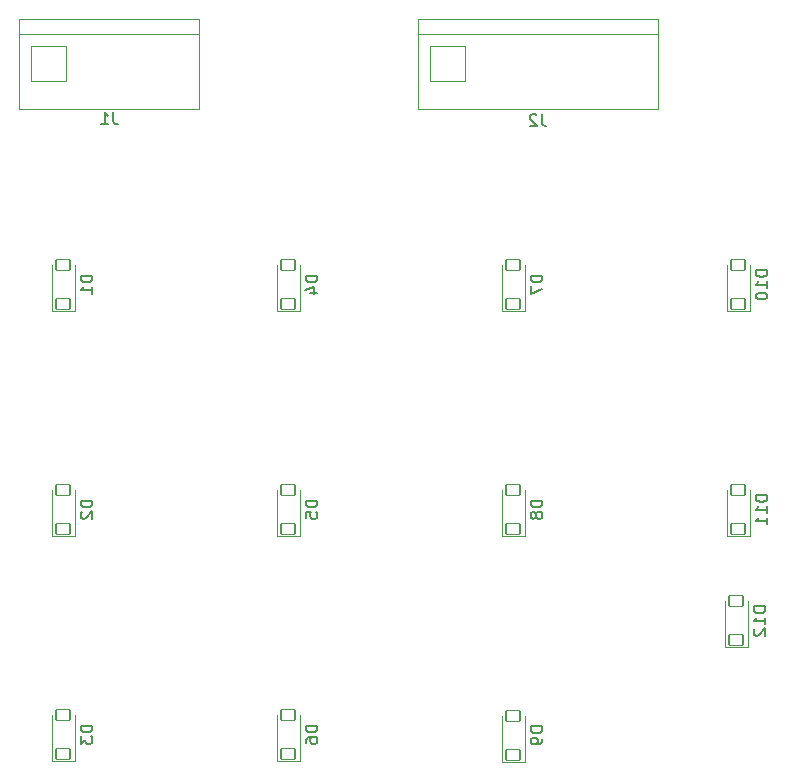
<source format=gbo>
G04 #@! TF.GenerationSoftware,KiCad,Pcbnew,8.0.7*
G04 #@! TF.CreationDate,2024-12-19T23:47:55-08:00*
G04 #@! TF.ProjectId,Deej keypad,4465656a-206b-4657-9970-61642e6b6963,rev?*
G04 #@! TF.SameCoordinates,Original*
G04 #@! TF.FileFunction,Legend,Bot*
G04 #@! TF.FilePolarity,Positive*
%FSLAX46Y46*%
G04 Gerber Fmt 4.6, Leading zero omitted, Abs format (unit mm)*
G04 Created by KiCad (PCBNEW 8.0.7) date 2024-12-19 23:47:55*
%MOMM*%
%LPD*%
G01*
G04 APERTURE LIST*
G04 Aperture macros list*
%AMRoundRect*
0 Rectangle with rounded corners*
0 $1 Rounding radius*
0 $2 $3 $4 $5 $6 $7 $8 $9 X,Y pos of 4 corners*
0 Add a 4 corners polygon primitive as box body*
4,1,4,$2,$3,$4,$5,$6,$7,$8,$9,$2,$3,0*
0 Add four circle primitives for the rounded corners*
1,1,$1+$1,$2,$3*
1,1,$1+$1,$4,$5*
1,1,$1+$1,$6,$7*
1,1,$1+$1,$8,$9*
0 Add four rect primitives between the rounded corners*
20,1,$1+$1,$2,$3,$4,$5,0*
20,1,$1+$1,$4,$5,$6,$7,0*
20,1,$1+$1,$6,$7,$8,$9,0*
20,1,$1+$1,$8,$9,$2,$3,0*%
%AMHorizOval*
0 Thick line with rounded ends*
0 $1 width*
0 $2 $3 position (X,Y) of the first rounded end (center of the circle)*
0 $4 $5 position (X,Y) of the second rounded end (center of the circle)*
0 Add line between two ends*
20,1,$1,$2,$3,$4,$5,0*
0 Add two circle primitives to create the rounded ends*
1,1,$1,$2,$3*
1,1,$1,$4,$5*%
G04 Aperture macros list end*
%ADD10C,0.150000*%
%ADD11C,0.120000*%
%ADD12C,1.852000*%
%ADD13C,4.089800*%
%ADD14HorizOval,2.352000X0.655001X0.730000X-0.655001X-0.730000X0*%
%ADD15C,2.352000*%
%ADD16HorizOval,2.352000X0.020000X0.290000X-0.020000X-0.290000X0*%
%ADD17C,2.302000*%
%ADD18RoundRect,0.051000X0.600000X-0.450000X0.600000X0.450000X-0.600000X0.450000X-0.600000X-0.450000X0*%
%ADD19RoundRect,0.051000X-1.500000X-1.500000X1.500000X-1.500000X1.500000X1.500000X-1.500000X1.500000X0*%
%ADD20C,3.102000*%
G04 APERTURE END LIST*
D10*
X138979819Y-92924405D02*
X137979819Y-92924405D01*
X137979819Y-92924405D02*
X137979819Y-93162500D01*
X137979819Y-93162500D02*
X138027438Y-93305357D01*
X138027438Y-93305357D02*
X138122676Y-93400595D01*
X138122676Y-93400595D02*
X138217914Y-93448214D01*
X138217914Y-93448214D02*
X138408390Y-93495833D01*
X138408390Y-93495833D02*
X138551247Y-93495833D01*
X138551247Y-93495833D02*
X138741723Y-93448214D01*
X138741723Y-93448214D02*
X138836961Y-93400595D01*
X138836961Y-93400595D02*
X138932200Y-93305357D01*
X138932200Y-93305357D02*
X138979819Y-93162500D01*
X138979819Y-93162500D02*
X138979819Y-92924405D01*
X138979819Y-94448214D02*
X138979819Y-93876786D01*
X138979819Y-94162500D02*
X137979819Y-94162500D01*
X137979819Y-94162500D02*
X138122676Y-94067262D01*
X138122676Y-94067262D02*
X138217914Y-93972024D01*
X138217914Y-93972024D02*
X138265533Y-93876786D01*
X138979819Y-111974405D02*
X137979819Y-111974405D01*
X137979819Y-111974405D02*
X137979819Y-112212500D01*
X137979819Y-112212500D02*
X138027438Y-112355357D01*
X138027438Y-112355357D02*
X138122676Y-112450595D01*
X138122676Y-112450595D02*
X138217914Y-112498214D01*
X138217914Y-112498214D02*
X138408390Y-112545833D01*
X138408390Y-112545833D02*
X138551247Y-112545833D01*
X138551247Y-112545833D02*
X138741723Y-112498214D01*
X138741723Y-112498214D02*
X138836961Y-112450595D01*
X138836961Y-112450595D02*
X138932200Y-112355357D01*
X138932200Y-112355357D02*
X138979819Y-112212500D01*
X138979819Y-112212500D02*
X138979819Y-111974405D01*
X138075057Y-112926786D02*
X138027438Y-112974405D01*
X138027438Y-112974405D02*
X137979819Y-113069643D01*
X137979819Y-113069643D02*
X137979819Y-113307738D01*
X137979819Y-113307738D02*
X138027438Y-113402976D01*
X138027438Y-113402976D02*
X138075057Y-113450595D01*
X138075057Y-113450595D02*
X138170295Y-113498214D01*
X138170295Y-113498214D02*
X138265533Y-113498214D01*
X138265533Y-113498214D02*
X138408390Y-113450595D01*
X138408390Y-113450595D02*
X138979819Y-112879167D01*
X138979819Y-112879167D02*
X138979819Y-113498214D01*
X138979819Y-131024405D02*
X137979819Y-131024405D01*
X137979819Y-131024405D02*
X137979819Y-131262500D01*
X137979819Y-131262500D02*
X138027438Y-131405357D01*
X138027438Y-131405357D02*
X138122676Y-131500595D01*
X138122676Y-131500595D02*
X138217914Y-131548214D01*
X138217914Y-131548214D02*
X138408390Y-131595833D01*
X138408390Y-131595833D02*
X138551247Y-131595833D01*
X138551247Y-131595833D02*
X138741723Y-131548214D01*
X138741723Y-131548214D02*
X138836961Y-131500595D01*
X138836961Y-131500595D02*
X138932200Y-131405357D01*
X138932200Y-131405357D02*
X138979819Y-131262500D01*
X138979819Y-131262500D02*
X138979819Y-131024405D01*
X137979819Y-131929167D02*
X137979819Y-132548214D01*
X137979819Y-132548214D02*
X138360771Y-132214881D01*
X138360771Y-132214881D02*
X138360771Y-132357738D01*
X138360771Y-132357738D02*
X138408390Y-132452976D01*
X138408390Y-132452976D02*
X138456009Y-132500595D01*
X138456009Y-132500595D02*
X138551247Y-132548214D01*
X138551247Y-132548214D02*
X138789342Y-132548214D01*
X138789342Y-132548214D02*
X138884580Y-132500595D01*
X138884580Y-132500595D02*
X138932200Y-132452976D01*
X138932200Y-132452976D02*
X138979819Y-132357738D01*
X138979819Y-132357738D02*
X138979819Y-132072024D01*
X138979819Y-132072024D02*
X138932200Y-131976786D01*
X138932200Y-131976786D02*
X138884580Y-131929167D01*
X158029819Y-92924405D02*
X157029819Y-92924405D01*
X157029819Y-92924405D02*
X157029819Y-93162500D01*
X157029819Y-93162500D02*
X157077438Y-93305357D01*
X157077438Y-93305357D02*
X157172676Y-93400595D01*
X157172676Y-93400595D02*
X157267914Y-93448214D01*
X157267914Y-93448214D02*
X157458390Y-93495833D01*
X157458390Y-93495833D02*
X157601247Y-93495833D01*
X157601247Y-93495833D02*
X157791723Y-93448214D01*
X157791723Y-93448214D02*
X157886961Y-93400595D01*
X157886961Y-93400595D02*
X157982200Y-93305357D01*
X157982200Y-93305357D02*
X158029819Y-93162500D01*
X158029819Y-93162500D02*
X158029819Y-92924405D01*
X157363152Y-94352976D02*
X158029819Y-94352976D01*
X156982200Y-94114881D02*
X157696485Y-93876786D01*
X157696485Y-93876786D02*
X157696485Y-94495833D01*
X158029819Y-111974405D02*
X157029819Y-111974405D01*
X157029819Y-111974405D02*
X157029819Y-112212500D01*
X157029819Y-112212500D02*
X157077438Y-112355357D01*
X157077438Y-112355357D02*
X157172676Y-112450595D01*
X157172676Y-112450595D02*
X157267914Y-112498214D01*
X157267914Y-112498214D02*
X157458390Y-112545833D01*
X157458390Y-112545833D02*
X157601247Y-112545833D01*
X157601247Y-112545833D02*
X157791723Y-112498214D01*
X157791723Y-112498214D02*
X157886961Y-112450595D01*
X157886961Y-112450595D02*
X157982200Y-112355357D01*
X157982200Y-112355357D02*
X158029819Y-112212500D01*
X158029819Y-112212500D02*
X158029819Y-111974405D01*
X157029819Y-113450595D02*
X157029819Y-112974405D01*
X157029819Y-112974405D02*
X157506009Y-112926786D01*
X157506009Y-112926786D02*
X157458390Y-112974405D01*
X157458390Y-112974405D02*
X157410771Y-113069643D01*
X157410771Y-113069643D02*
X157410771Y-113307738D01*
X157410771Y-113307738D02*
X157458390Y-113402976D01*
X157458390Y-113402976D02*
X157506009Y-113450595D01*
X157506009Y-113450595D02*
X157601247Y-113498214D01*
X157601247Y-113498214D02*
X157839342Y-113498214D01*
X157839342Y-113498214D02*
X157934580Y-113450595D01*
X157934580Y-113450595D02*
X157982200Y-113402976D01*
X157982200Y-113402976D02*
X158029819Y-113307738D01*
X158029819Y-113307738D02*
X158029819Y-113069643D01*
X158029819Y-113069643D02*
X157982200Y-112974405D01*
X157982200Y-112974405D02*
X157934580Y-112926786D01*
X158029819Y-131024405D02*
X157029819Y-131024405D01*
X157029819Y-131024405D02*
X157029819Y-131262500D01*
X157029819Y-131262500D02*
X157077438Y-131405357D01*
X157077438Y-131405357D02*
X157172676Y-131500595D01*
X157172676Y-131500595D02*
X157267914Y-131548214D01*
X157267914Y-131548214D02*
X157458390Y-131595833D01*
X157458390Y-131595833D02*
X157601247Y-131595833D01*
X157601247Y-131595833D02*
X157791723Y-131548214D01*
X157791723Y-131548214D02*
X157886961Y-131500595D01*
X157886961Y-131500595D02*
X157982200Y-131405357D01*
X157982200Y-131405357D02*
X158029819Y-131262500D01*
X158029819Y-131262500D02*
X158029819Y-131024405D01*
X157029819Y-132452976D02*
X157029819Y-132262500D01*
X157029819Y-132262500D02*
X157077438Y-132167262D01*
X157077438Y-132167262D02*
X157125057Y-132119643D01*
X157125057Y-132119643D02*
X157267914Y-132024405D01*
X157267914Y-132024405D02*
X157458390Y-131976786D01*
X157458390Y-131976786D02*
X157839342Y-131976786D01*
X157839342Y-131976786D02*
X157934580Y-132024405D01*
X157934580Y-132024405D02*
X157982200Y-132072024D01*
X157982200Y-132072024D02*
X158029819Y-132167262D01*
X158029819Y-132167262D02*
X158029819Y-132357738D01*
X158029819Y-132357738D02*
X157982200Y-132452976D01*
X157982200Y-132452976D02*
X157934580Y-132500595D01*
X157934580Y-132500595D02*
X157839342Y-132548214D01*
X157839342Y-132548214D02*
X157601247Y-132548214D01*
X157601247Y-132548214D02*
X157506009Y-132500595D01*
X157506009Y-132500595D02*
X157458390Y-132452976D01*
X157458390Y-132452976D02*
X157410771Y-132357738D01*
X157410771Y-132357738D02*
X157410771Y-132167262D01*
X157410771Y-132167262D02*
X157458390Y-132072024D01*
X157458390Y-132072024D02*
X157506009Y-132024405D01*
X157506009Y-132024405D02*
X157601247Y-131976786D01*
X177079819Y-92924405D02*
X176079819Y-92924405D01*
X176079819Y-92924405D02*
X176079819Y-93162500D01*
X176079819Y-93162500D02*
X176127438Y-93305357D01*
X176127438Y-93305357D02*
X176222676Y-93400595D01*
X176222676Y-93400595D02*
X176317914Y-93448214D01*
X176317914Y-93448214D02*
X176508390Y-93495833D01*
X176508390Y-93495833D02*
X176651247Y-93495833D01*
X176651247Y-93495833D02*
X176841723Y-93448214D01*
X176841723Y-93448214D02*
X176936961Y-93400595D01*
X176936961Y-93400595D02*
X177032200Y-93305357D01*
X177032200Y-93305357D02*
X177079819Y-93162500D01*
X177079819Y-93162500D02*
X177079819Y-92924405D01*
X176079819Y-93829167D02*
X176079819Y-94495833D01*
X176079819Y-94495833D02*
X177079819Y-94067262D01*
X177079819Y-111974405D02*
X176079819Y-111974405D01*
X176079819Y-111974405D02*
X176079819Y-112212500D01*
X176079819Y-112212500D02*
X176127438Y-112355357D01*
X176127438Y-112355357D02*
X176222676Y-112450595D01*
X176222676Y-112450595D02*
X176317914Y-112498214D01*
X176317914Y-112498214D02*
X176508390Y-112545833D01*
X176508390Y-112545833D02*
X176651247Y-112545833D01*
X176651247Y-112545833D02*
X176841723Y-112498214D01*
X176841723Y-112498214D02*
X176936961Y-112450595D01*
X176936961Y-112450595D02*
X177032200Y-112355357D01*
X177032200Y-112355357D02*
X177079819Y-112212500D01*
X177079819Y-112212500D02*
X177079819Y-111974405D01*
X176508390Y-113117262D02*
X176460771Y-113022024D01*
X176460771Y-113022024D02*
X176413152Y-112974405D01*
X176413152Y-112974405D02*
X176317914Y-112926786D01*
X176317914Y-112926786D02*
X176270295Y-112926786D01*
X176270295Y-112926786D02*
X176175057Y-112974405D01*
X176175057Y-112974405D02*
X176127438Y-113022024D01*
X176127438Y-113022024D02*
X176079819Y-113117262D01*
X176079819Y-113117262D02*
X176079819Y-113307738D01*
X176079819Y-113307738D02*
X176127438Y-113402976D01*
X176127438Y-113402976D02*
X176175057Y-113450595D01*
X176175057Y-113450595D02*
X176270295Y-113498214D01*
X176270295Y-113498214D02*
X176317914Y-113498214D01*
X176317914Y-113498214D02*
X176413152Y-113450595D01*
X176413152Y-113450595D02*
X176460771Y-113402976D01*
X176460771Y-113402976D02*
X176508390Y-113307738D01*
X176508390Y-113307738D02*
X176508390Y-113117262D01*
X176508390Y-113117262D02*
X176556009Y-113022024D01*
X176556009Y-113022024D02*
X176603628Y-112974405D01*
X176603628Y-112974405D02*
X176698866Y-112926786D01*
X176698866Y-112926786D02*
X176889342Y-112926786D01*
X176889342Y-112926786D02*
X176984580Y-112974405D01*
X176984580Y-112974405D02*
X177032200Y-113022024D01*
X177032200Y-113022024D02*
X177079819Y-113117262D01*
X177079819Y-113117262D02*
X177079819Y-113307738D01*
X177079819Y-113307738D02*
X177032200Y-113402976D01*
X177032200Y-113402976D02*
X176984580Y-113450595D01*
X176984580Y-113450595D02*
X176889342Y-113498214D01*
X176889342Y-113498214D02*
X176698866Y-113498214D01*
X176698866Y-113498214D02*
X176603628Y-113450595D01*
X176603628Y-113450595D02*
X176556009Y-113402976D01*
X176556009Y-113402976D02*
X176508390Y-113307738D01*
X177079819Y-131086905D02*
X176079819Y-131086905D01*
X176079819Y-131086905D02*
X176079819Y-131325000D01*
X176079819Y-131325000D02*
X176127438Y-131467857D01*
X176127438Y-131467857D02*
X176222676Y-131563095D01*
X176222676Y-131563095D02*
X176317914Y-131610714D01*
X176317914Y-131610714D02*
X176508390Y-131658333D01*
X176508390Y-131658333D02*
X176651247Y-131658333D01*
X176651247Y-131658333D02*
X176841723Y-131610714D01*
X176841723Y-131610714D02*
X176936961Y-131563095D01*
X176936961Y-131563095D02*
X177032200Y-131467857D01*
X177032200Y-131467857D02*
X177079819Y-131325000D01*
X177079819Y-131325000D02*
X177079819Y-131086905D01*
X177079819Y-132134524D02*
X177079819Y-132325000D01*
X177079819Y-132325000D02*
X177032200Y-132420238D01*
X177032200Y-132420238D02*
X176984580Y-132467857D01*
X176984580Y-132467857D02*
X176841723Y-132563095D01*
X176841723Y-132563095D02*
X176651247Y-132610714D01*
X176651247Y-132610714D02*
X176270295Y-132610714D01*
X176270295Y-132610714D02*
X176175057Y-132563095D01*
X176175057Y-132563095D02*
X176127438Y-132515476D01*
X176127438Y-132515476D02*
X176079819Y-132420238D01*
X176079819Y-132420238D02*
X176079819Y-132229762D01*
X176079819Y-132229762D02*
X176127438Y-132134524D01*
X176127438Y-132134524D02*
X176175057Y-132086905D01*
X176175057Y-132086905D02*
X176270295Y-132039286D01*
X176270295Y-132039286D02*
X176508390Y-132039286D01*
X176508390Y-132039286D02*
X176603628Y-132086905D01*
X176603628Y-132086905D02*
X176651247Y-132134524D01*
X176651247Y-132134524D02*
X176698866Y-132229762D01*
X176698866Y-132229762D02*
X176698866Y-132420238D01*
X176698866Y-132420238D02*
X176651247Y-132515476D01*
X176651247Y-132515476D02*
X176603628Y-132563095D01*
X176603628Y-132563095D02*
X176508390Y-132610714D01*
X196129819Y-92448214D02*
X195129819Y-92448214D01*
X195129819Y-92448214D02*
X195129819Y-92686309D01*
X195129819Y-92686309D02*
X195177438Y-92829166D01*
X195177438Y-92829166D02*
X195272676Y-92924404D01*
X195272676Y-92924404D02*
X195367914Y-92972023D01*
X195367914Y-92972023D02*
X195558390Y-93019642D01*
X195558390Y-93019642D02*
X195701247Y-93019642D01*
X195701247Y-93019642D02*
X195891723Y-92972023D01*
X195891723Y-92972023D02*
X195986961Y-92924404D01*
X195986961Y-92924404D02*
X196082200Y-92829166D01*
X196082200Y-92829166D02*
X196129819Y-92686309D01*
X196129819Y-92686309D02*
X196129819Y-92448214D01*
X196129819Y-93972023D02*
X196129819Y-93400595D01*
X196129819Y-93686309D02*
X195129819Y-93686309D01*
X195129819Y-93686309D02*
X195272676Y-93591071D01*
X195272676Y-93591071D02*
X195367914Y-93495833D01*
X195367914Y-93495833D02*
X195415533Y-93400595D01*
X195129819Y-94591071D02*
X195129819Y-94686309D01*
X195129819Y-94686309D02*
X195177438Y-94781547D01*
X195177438Y-94781547D02*
X195225057Y-94829166D01*
X195225057Y-94829166D02*
X195320295Y-94876785D01*
X195320295Y-94876785D02*
X195510771Y-94924404D01*
X195510771Y-94924404D02*
X195748866Y-94924404D01*
X195748866Y-94924404D02*
X195939342Y-94876785D01*
X195939342Y-94876785D02*
X196034580Y-94829166D01*
X196034580Y-94829166D02*
X196082200Y-94781547D01*
X196082200Y-94781547D02*
X196129819Y-94686309D01*
X196129819Y-94686309D02*
X196129819Y-94591071D01*
X196129819Y-94591071D02*
X196082200Y-94495833D01*
X196082200Y-94495833D02*
X196034580Y-94448214D01*
X196034580Y-94448214D02*
X195939342Y-94400595D01*
X195939342Y-94400595D02*
X195748866Y-94352976D01*
X195748866Y-94352976D02*
X195510771Y-94352976D01*
X195510771Y-94352976D02*
X195320295Y-94400595D01*
X195320295Y-94400595D02*
X195225057Y-94448214D01*
X195225057Y-94448214D02*
X195177438Y-94495833D01*
X195177438Y-94495833D02*
X195129819Y-94591071D01*
X196129819Y-111498214D02*
X195129819Y-111498214D01*
X195129819Y-111498214D02*
X195129819Y-111736309D01*
X195129819Y-111736309D02*
X195177438Y-111879166D01*
X195177438Y-111879166D02*
X195272676Y-111974404D01*
X195272676Y-111974404D02*
X195367914Y-112022023D01*
X195367914Y-112022023D02*
X195558390Y-112069642D01*
X195558390Y-112069642D02*
X195701247Y-112069642D01*
X195701247Y-112069642D02*
X195891723Y-112022023D01*
X195891723Y-112022023D02*
X195986961Y-111974404D01*
X195986961Y-111974404D02*
X196082200Y-111879166D01*
X196082200Y-111879166D02*
X196129819Y-111736309D01*
X196129819Y-111736309D02*
X196129819Y-111498214D01*
X196129819Y-113022023D02*
X196129819Y-112450595D01*
X196129819Y-112736309D02*
X195129819Y-112736309D01*
X195129819Y-112736309D02*
X195272676Y-112641071D01*
X195272676Y-112641071D02*
X195367914Y-112545833D01*
X195367914Y-112545833D02*
X195415533Y-112450595D01*
X196129819Y-113974404D02*
X196129819Y-113402976D01*
X196129819Y-113688690D02*
X195129819Y-113688690D01*
X195129819Y-113688690D02*
X195272676Y-113593452D01*
X195272676Y-113593452D02*
X195367914Y-113498214D01*
X195367914Y-113498214D02*
X195415533Y-113402976D01*
X195954819Y-120935714D02*
X194954819Y-120935714D01*
X194954819Y-120935714D02*
X194954819Y-121173809D01*
X194954819Y-121173809D02*
X195002438Y-121316666D01*
X195002438Y-121316666D02*
X195097676Y-121411904D01*
X195097676Y-121411904D02*
X195192914Y-121459523D01*
X195192914Y-121459523D02*
X195383390Y-121507142D01*
X195383390Y-121507142D02*
X195526247Y-121507142D01*
X195526247Y-121507142D02*
X195716723Y-121459523D01*
X195716723Y-121459523D02*
X195811961Y-121411904D01*
X195811961Y-121411904D02*
X195907200Y-121316666D01*
X195907200Y-121316666D02*
X195954819Y-121173809D01*
X195954819Y-121173809D02*
X195954819Y-120935714D01*
X195954819Y-122459523D02*
X195954819Y-121888095D01*
X195954819Y-122173809D02*
X194954819Y-122173809D01*
X194954819Y-122173809D02*
X195097676Y-122078571D01*
X195097676Y-122078571D02*
X195192914Y-121983333D01*
X195192914Y-121983333D02*
X195240533Y-121888095D01*
X195050057Y-122840476D02*
X195002438Y-122888095D01*
X195002438Y-122888095D02*
X194954819Y-122983333D01*
X194954819Y-122983333D02*
X194954819Y-123221428D01*
X194954819Y-123221428D02*
X195002438Y-123316666D01*
X195002438Y-123316666D02*
X195050057Y-123364285D01*
X195050057Y-123364285D02*
X195145295Y-123411904D01*
X195145295Y-123411904D02*
X195240533Y-123411904D01*
X195240533Y-123411904D02*
X195383390Y-123364285D01*
X195383390Y-123364285D02*
X195954819Y-122792857D01*
X195954819Y-122792857D02*
X195954819Y-123411904D01*
X140723333Y-79104819D02*
X140723333Y-79819104D01*
X140723333Y-79819104D02*
X140770952Y-79961961D01*
X140770952Y-79961961D02*
X140866190Y-80057200D01*
X140866190Y-80057200D02*
X141009047Y-80104819D01*
X141009047Y-80104819D02*
X141104285Y-80104819D01*
X139723333Y-80104819D02*
X140294761Y-80104819D01*
X140009047Y-80104819D02*
X140009047Y-79104819D01*
X140009047Y-79104819D02*
X140104285Y-79247676D01*
X140104285Y-79247676D02*
X140199523Y-79342914D01*
X140199523Y-79342914D02*
X140294761Y-79390533D01*
X177002083Y-79254819D02*
X177002083Y-79969104D01*
X177002083Y-79969104D02*
X177049702Y-80111961D01*
X177049702Y-80111961D02*
X177144940Y-80207200D01*
X177144940Y-80207200D02*
X177287797Y-80254819D01*
X177287797Y-80254819D02*
X177383035Y-80254819D01*
X176573511Y-79350057D02*
X176525892Y-79302438D01*
X176525892Y-79302438D02*
X176430654Y-79254819D01*
X176430654Y-79254819D02*
X176192559Y-79254819D01*
X176192559Y-79254819D02*
X176097321Y-79302438D01*
X176097321Y-79302438D02*
X176049702Y-79350057D01*
X176049702Y-79350057D02*
X176002083Y-79445295D01*
X176002083Y-79445295D02*
X176002083Y-79540533D01*
X176002083Y-79540533D02*
X176049702Y-79683390D01*
X176049702Y-79683390D02*
X176621130Y-80254819D01*
X176621130Y-80254819D02*
X176002083Y-80254819D01*
D11*
X135525000Y-95912500D02*
X135525000Y-92012500D01*
X137525000Y-95912500D02*
X135525000Y-95912500D01*
X137525000Y-95912500D02*
X137525000Y-92012500D01*
X135525000Y-114962500D02*
X135525000Y-111062500D01*
X137525000Y-114962500D02*
X135525000Y-114962500D01*
X137525000Y-114962500D02*
X137525000Y-111062500D01*
X135525000Y-134012500D02*
X135525000Y-130112500D01*
X137525000Y-134012500D02*
X135525000Y-134012500D01*
X137525000Y-134012500D02*
X137525000Y-130112500D01*
X154575000Y-95912500D02*
X154575000Y-92012500D01*
X156575000Y-95912500D02*
X154575000Y-95912500D01*
X156575000Y-95912500D02*
X156575000Y-92012500D01*
X154575000Y-114962500D02*
X154575000Y-111062500D01*
X156575000Y-114962500D02*
X154575000Y-114962500D01*
X156575000Y-114962500D02*
X156575000Y-111062500D01*
X154575000Y-134012500D02*
X154575000Y-130112500D01*
X156575000Y-134012500D02*
X154575000Y-134012500D01*
X156575000Y-134012500D02*
X156575000Y-130112500D01*
X173625000Y-95912500D02*
X173625000Y-92012500D01*
X175625000Y-95912500D02*
X173625000Y-95912500D01*
X175625000Y-95912500D02*
X175625000Y-92012500D01*
X173625000Y-114962500D02*
X173625000Y-111062500D01*
X175625000Y-114962500D02*
X173625000Y-114962500D01*
X175625000Y-114962500D02*
X175625000Y-111062500D01*
X173625000Y-134075000D02*
X173625000Y-130175000D01*
X175625000Y-134075000D02*
X173625000Y-134075000D01*
X175625000Y-134075000D02*
X175625000Y-130175000D01*
X192675000Y-95912500D02*
X192675000Y-92012500D01*
X194675000Y-95912500D02*
X192675000Y-95912500D01*
X194675000Y-95912500D02*
X194675000Y-92012500D01*
X192675000Y-114962500D02*
X192675000Y-111062500D01*
X194675000Y-114962500D02*
X192675000Y-114962500D01*
X194675000Y-114962500D02*
X194675000Y-111062500D01*
X192500000Y-124400000D02*
X192500000Y-120500000D01*
X194500000Y-124400000D02*
X192500000Y-124400000D01*
X194500000Y-124400000D02*
X194500000Y-120500000D01*
X132800000Y-71190000D02*
X132800000Y-78810000D01*
X132800000Y-71190000D02*
X148040000Y-71190000D01*
X132800000Y-72460000D02*
X148040000Y-72460000D01*
X132800000Y-78810000D02*
X148040000Y-78810000D01*
X148040000Y-71190000D02*
X148040000Y-78810000D01*
X166528750Y-71190000D02*
X186848750Y-71190000D01*
X166528750Y-78810000D02*
X166528750Y-71190000D01*
X166528750Y-78810000D02*
X186848750Y-78810000D01*
X186848750Y-71190000D02*
X186848750Y-78810000D01*
X186848750Y-72460000D02*
X166528750Y-72460000D01*
%LPC*%
D12*
X123507500Y-88900000D03*
D13*
X128587500Y-88900000D03*
D12*
X133667500Y-88900000D03*
D14*
X125432501Y-85630000D03*
D15*
X126087500Y-84900000D03*
D16*
X131107500Y-84110000D03*
D15*
X131127500Y-83820000D03*
D12*
X123507500Y-107950000D03*
D13*
X128587500Y-107950000D03*
D12*
X133667500Y-107950000D03*
D14*
X125432501Y-104680000D03*
D15*
X126087500Y-103950000D03*
D16*
X131107500Y-103160000D03*
D15*
X131127500Y-102870000D03*
D12*
X123507500Y-127000000D03*
D13*
X128587500Y-127000000D03*
D12*
X133667500Y-127000000D03*
D14*
X125432501Y-123730000D03*
D15*
X126087500Y-123000000D03*
D16*
X131107500Y-122210000D03*
D15*
X131127500Y-121920000D03*
D12*
X142557500Y-88900000D03*
D13*
X147637500Y-88900000D03*
D12*
X152717500Y-88900000D03*
D14*
X144482501Y-85630000D03*
D15*
X145137500Y-84900000D03*
D16*
X150157500Y-84110000D03*
D15*
X150177500Y-83820000D03*
D12*
X142557500Y-107950000D03*
D13*
X147637500Y-107950000D03*
D12*
X152717500Y-107950000D03*
D14*
X144482501Y-104680000D03*
D15*
X145137500Y-103950000D03*
D16*
X150157500Y-103160000D03*
D15*
X150177500Y-102870000D03*
D12*
X142557500Y-127000000D03*
D13*
X147637500Y-127000000D03*
D12*
X152717500Y-127000000D03*
D14*
X144482501Y-123730000D03*
D15*
X145137500Y-123000000D03*
D16*
X150157500Y-122210000D03*
D15*
X150177500Y-121920000D03*
D12*
X161607500Y-88900000D03*
D13*
X166687500Y-88900000D03*
D12*
X171767500Y-88900000D03*
D14*
X163532501Y-85630000D03*
D15*
X164187500Y-84900000D03*
D16*
X169207500Y-84110000D03*
D15*
X169227500Y-83820000D03*
D12*
X161607500Y-107950000D03*
D13*
X166687500Y-107950000D03*
D12*
X171767500Y-107950000D03*
D14*
X163532501Y-104680000D03*
D15*
X164187500Y-103950000D03*
D16*
X169207500Y-103160000D03*
D15*
X169227500Y-102870000D03*
D12*
X161607500Y-127000000D03*
D13*
X166687500Y-127000000D03*
D12*
X171767500Y-127000000D03*
D14*
X163532501Y-123730000D03*
D15*
X164187500Y-123000000D03*
D16*
X169207500Y-122210000D03*
D15*
X169227500Y-121920000D03*
D12*
X180657500Y-88900000D03*
D13*
X185737500Y-88900000D03*
D12*
X190817500Y-88900000D03*
D14*
X182582501Y-85630000D03*
D15*
X183237500Y-84900000D03*
D16*
X188257500Y-84110000D03*
D15*
X188277500Y-83820000D03*
D12*
X180657500Y-107950000D03*
D13*
X185737500Y-107950000D03*
D12*
X190817500Y-107950000D03*
D14*
X182582501Y-104680000D03*
D15*
X183237500Y-103950000D03*
D16*
X188257500Y-103160000D03*
D15*
X188277500Y-102870000D03*
D12*
X180657500Y-127000000D03*
D13*
X185737500Y-127000000D03*
D12*
X190817500Y-127000000D03*
D14*
X182582501Y-123730000D03*
D15*
X183237500Y-123000000D03*
D16*
X188257500Y-122210000D03*
D15*
X188277500Y-121920000D03*
D17*
X195000000Y-75000000D03*
X195000000Y-135500000D03*
X119500000Y-75000000D03*
X119500000Y-135500000D03*
D18*
X136525000Y-95312500D03*
X136525000Y-92012500D03*
X136525000Y-114362500D03*
X136525000Y-111062500D03*
X136525000Y-133412500D03*
X136525000Y-130112500D03*
X155575000Y-95312500D03*
X155575000Y-92012500D03*
X155575000Y-114362500D03*
X155575000Y-111062500D03*
X155575000Y-133412500D03*
X155575000Y-130112500D03*
X174625000Y-95312500D03*
X174625000Y-92012500D03*
X174625000Y-114362500D03*
X174625000Y-111062500D03*
X174625000Y-133475000D03*
X174625000Y-130175000D03*
X193675000Y-95312500D03*
X193675000Y-92012500D03*
X193675000Y-114362500D03*
X193675000Y-111062500D03*
X193500000Y-123800000D03*
X193500000Y-120500000D03*
D19*
X135340000Y-75000000D03*
D20*
X140420000Y-75000000D03*
X145500000Y-75000000D03*
D19*
X169068750Y-75000000D03*
D20*
X174148750Y-75000000D03*
X179228750Y-75000000D03*
X184308750Y-75000000D03*
%LPD*%
M02*

</source>
